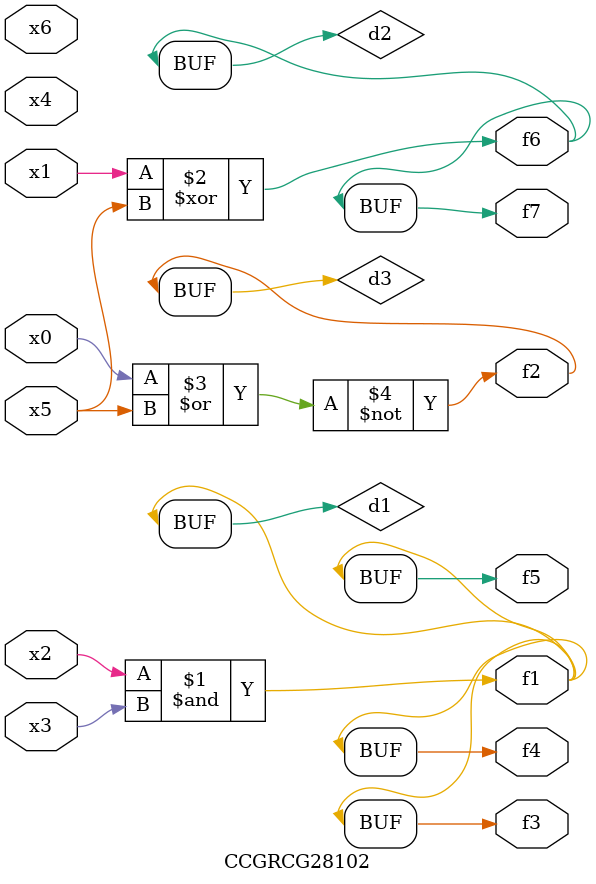
<source format=v>
module CCGRCG28102(
	input x0, x1, x2, x3, x4, x5, x6,
	output f1, f2, f3, f4, f5, f6, f7
);

	wire d1, d2, d3;

	and (d1, x2, x3);
	xor (d2, x1, x5);
	nor (d3, x0, x5);
	assign f1 = d1;
	assign f2 = d3;
	assign f3 = d1;
	assign f4 = d1;
	assign f5 = d1;
	assign f6 = d2;
	assign f7 = d2;
endmodule

</source>
